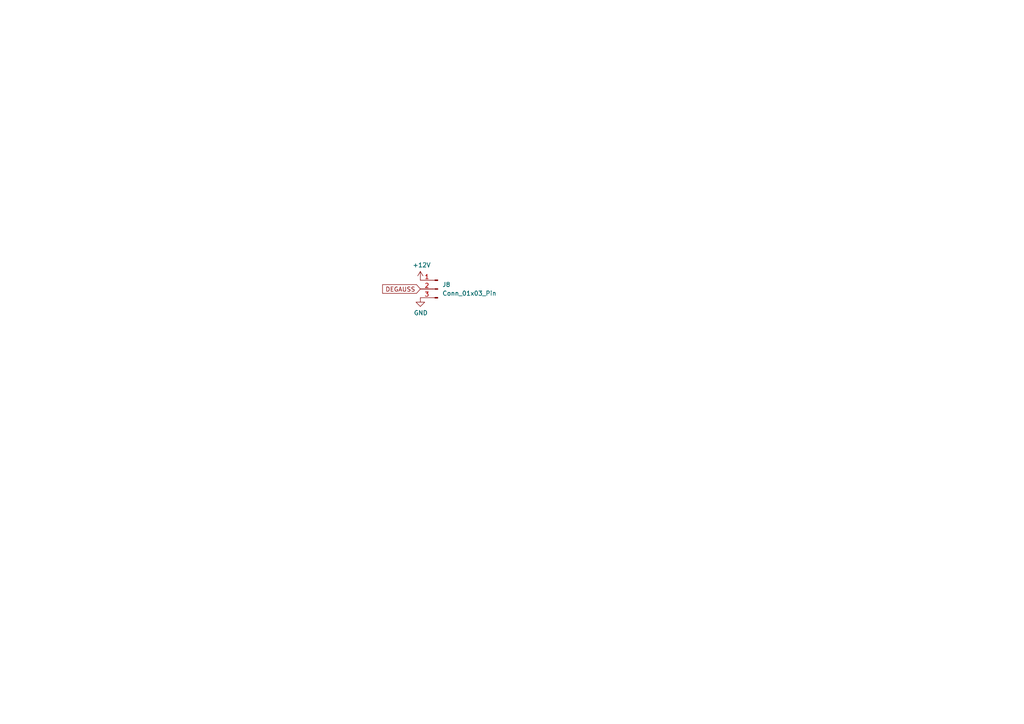
<source format=kicad_sch>
(kicad_sch (version 20250114) (generator "eeschema") (generator_version "9.0")
  (paper "A4")
  (lib_symbols
    (symbol "Connector:Conn_01x03_Pin" (pin_names (offset 1.016) (hide yes))
      (property "Reference" "J" (at 0 5.08 0))
      (property "Value" "Conn_01x03_Pin" (at 0 -5.08 0))
      (symbol "Conn_01x03_Pin_1_1"
        (rectangle (start 0.8636 2.667) (end 0 2.413) (stroke (width 0.1524)) (fill (type outline)))
        (rectangle (start 0.8636 0.127) (end 0 -0.127) (stroke (width 0.1524)) (fill (type outline)))
        (rectangle (start 0.8636 -2.413) (end 0 -2.667) (stroke (width 0.1524)) (fill (type outline)))
        (polyline (pts (xy 1.27 2.54) (xy 0.8636 2.54)) (stroke (width 0.1524)))
        (polyline (pts (xy 1.27 0) (xy 0.8636 0)) (stroke (width 0.1524)))
        (polyline (pts (xy 1.27 -2.54) (xy 0.8636 -2.54)) (stroke (width 0.1524)))
        (pin passive line (at 5.08 2.54 180) (length 3.81) (name "Pin_1") (number "1"))
        (pin passive line (at 5.08 0 180) (length 3.81) (name "Pin_2") (number "2"))
        (pin passive line (at 5.08 -2.54 180) (length 3.81) (name "Pin_3") (number "3"))
      )
    )
    (symbol "power:+12V" (power) (pin_names (offset 0))
      (property "Value" "+12V" (at 0 3.556 0))
      (symbol "+12V_0_1"
        (polyline (pts (xy -0.762 1.27) (xy 0 2.54)))
        (polyline (pts (xy 0 2.54) (xy 0.762 1.27)))
        (polyline (pts (xy 0 0) (xy 0 2.54)))
      )
      (symbol "+12V_1_1"
        (pin power_in line (at 0 0 90) (length 0) (hide yes) (name "+12V") (number "1"))
      )
    )
    (symbol "power:GND" (power) (pin_names (offset 0))
      (property "Value" "GND" (at 0 -3.81 0))
      (symbol "GND_0_1"
        (polyline (pts (xy 0 0) (xy 0 -1.27) (xy 1.27 -1.27) (xy 0 -2.54) (xy -1.27 -1.27) (xy 0 -1.27)))
      )
      (symbol "GND_1_1"
        (pin power_in line (at 0 0 270) (length 0) (hide yes) (name "GND") (number "1"))
      )
    )
  )
  (global_label "DEGAUSS" (shape input) (at 121.92 83.82 180) (property "Intersheetrefs" "${INTERSHEET_REFS}" (effects (hide yes))))
  (symbol (lib_id "power:+12V") (at 121.92 81.28 0) (unit 1)
    (property "Reference" "#PWR0218" (effects (hide yes)))
    (property "Value" "+12V" (at 122.301 76.8858 0))
  )
  (symbol (lib_id "Connector:Conn_01x03_Pin") (at 127 83.82 0) (mirror y) (unit 1)
    (property "Reference" "J8" (at 128.27 82.5499 0) (effects (justify right)))
    (property "Value" "Conn_01x03_Pin" (at 128.27 85.0899 0) (effects (justify right)))
    (property "Description" "Generic connector, single row, 01x03, script generated" (effects (hide yes)))
  )
  (symbol (lib_id "power:GND") (at 121.92 86.36 0) (unit 1)
    (property "Reference" "#PWR0219" (effects (hide yes)))
    (property "Value" "GND" (at 122.047 90.7542 0))
  )
)
</source>
